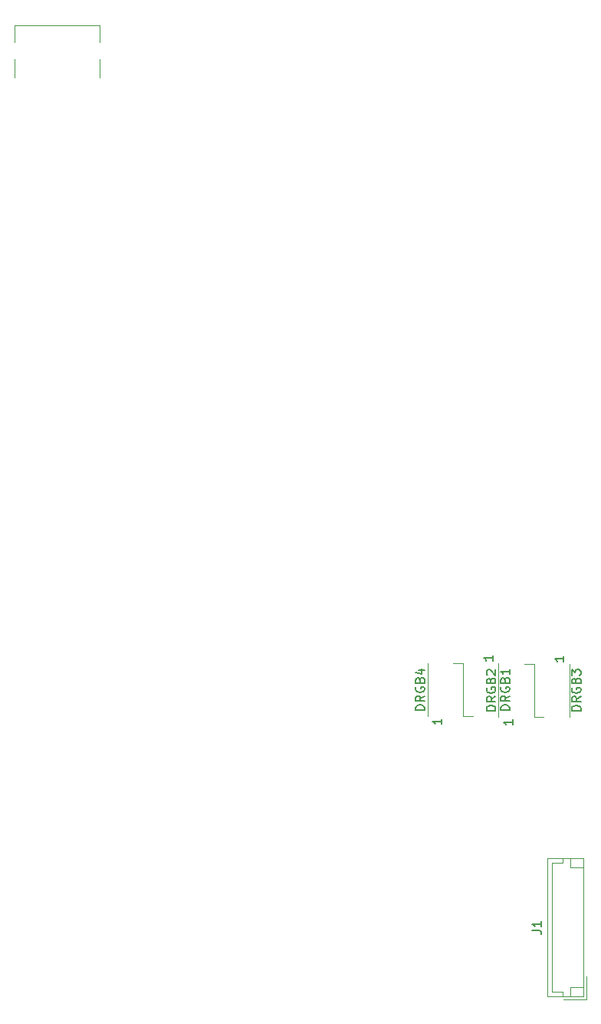
<source format=gbr>
%TF.GenerationSoftware,KiCad,Pcbnew,8.99.0-2209-g89a3b7baa5*%
%TF.CreationDate,2024-09-04T15:50:09+07:00*%
%TF.ProjectId,merisi_ob,6d657269-7369-45f6-9f62-2e6b69636164,rev?*%
%TF.SameCoordinates,Original*%
%TF.FileFunction,Legend,Top*%
%TF.FilePolarity,Positive*%
%FSLAX46Y46*%
G04 Gerber Fmt 4.6, Leading zero omitted, Abs format (unit mm)*
G04 Created by KiCad (PCBNEW 8.99.0-2209-g89a3b7baa5) date 2024-09-04 15:50:09*
%MOMM*%
%LPD*%
G01*
G04 APERTURE LIST*
%ADD10C,0.150000*%
%ADD11C,0.120000*%
G04 APERTURE END LIST*
D10*
X560794819Y408861905D02*
X559794819Y408861905D01*
X559794819Y408861905D02*
X559794819Y409100000D01*
X559794819Y409100000D02*
X559842438Y409242857D01*
X559842438Y409242857D02*
X559937676Y409338095D01*
X559937676Y409338095D02*
X560032914Y409385714D01*
X560032914Y409385714D02*
X560223390Y409433333D01*
X560223390Y409433333D02*
X560366247Y409433333D01*
X560366247Y409433333D02*
X560556723Y409385714D01*
X560556723Y409385714D02*
X560651961Y409338095D01*
X560651961Y409338095D02*
X560747200Y409242857D01*
X560747200Y409242857D02*
X560794819Y409100000D01*
X560794819Y409100000D02*
X560794819Y408861905D01*
X560794819Y410433333D02*
X560318628Y410100000D01*
X560794819Y409861905D02*
X559794819Y409861905D01*
X559794819Y409861905D02*
X559794819Y410242857D01*
X559794819Y410242857D02*
X559842438Y410338095D01*
X559842438Y410338095D02*
X559890057Y410385714D01*
X559890057Y410385714D02*
X559985295Y410433333D01*
X559985295Y410433333D02*
X560128152Y410433333D01*
X560128152Y410433333D02*
X560223390Y410385714D01*
X560223390Y410385714D02*
X560271009Y410338095D01*
X560271009Y410338095D02*
X560318628Y410242857D01*
X560318628Y410242857D02*
X560318628Y409861905D01*
X559842438Y411385714D02*
X559794819Y411290476D01*
X559794819Y411290476D02*
X559794819Y411147619D01*
X559794819Y411147619D02*
X559842438Y411004762D01*
X559842438Y411004762D02*
X559937676Y410909524D01*
X559937676Y410909524D02*
X560032914Y410861905D01*
X560032914Y410861905D02*
X560223390Y410814286D01*
X560223390Y410814286D02*
X560366247Y410814286D01*
X560366247Y410814286D02*
X560556723Y410861905D01*
X560556723Y410861905D02*
X560651961Y410909524D01*
X560651961Y410909524D02*
X560747200Y411004762D01*
X560747200Y411004762D02*
X560794819Y411147619D01*
X560794819Y411147619D02*
X560794819Y411242857D01*
X560794819Y411242857D02*
X560747200Y411385714D01*
X560747200Y411385714D02*
X560699580Y411433333D01*
X560699580Y411433333D02*
X560366247Y411433333D01*
X560366247Y411433333D02*
X560366247Y411242857D01*
X560271009Y412195238D02*
X560318628Y412338095D01*
X560318628Y412338095D02*
X560366247Y412385714D01*
X560366247Y412385714D02*
X560461485Y412433333D01*
X560461485Y412433333D02*
X560604342Y412433333D01*
X560604342Y412433333D02*
X560699580Y412385714D01*
X560699580Y412385714D02*
X560747200Y412338095D01*
X560747200Y412338095D02*
X560794819Y412242857D01*
X560794819Y412242857D02*
X560794819Y411861905D01*
X560794819Y411861905D02*
X559794819Y411861905D01*
X559794819Y411861905D02*
X559794819Y412195238D01*
X559794819Y412195238D02*
X559842438Y412290476D01*
X559842438Y412290476D02*
X559890057Y412338095D01*
X559890057Y412338095D02*
X559985295Y412385714D01*
X559985295Y412385714D02*
X560080533Y412385714D01*
X560080533Y412385714D02*
X560175771Y412338095D01*
X560175771Y412338095D02*
X560223390Y412290476D01*
X560223390Y412290476D02*
X560271009Y412195238D01*
X560271009Y412195238D02*
X560271009Y411861905D01*
X559794819Y412766667D02*
X559794819Y413385714D01*
X559794819Y413385714D02*
X560175771Y413052381D01*
X560175771Y413052381D02*
X560175771Y413195238D01*
X560175771Y413195238D02*
X560223390Y413290476D01*
X560223390Y413290476D02*
X560271009Y413338095D01*
X560271009Y413338095D02*
X560366247Y413385714D01*
X560366247Y413385714D02*
X560604342Y413385714D01*
X560604342Y413385714D02*
X560699580Y413338095D01*
X560699580Y413338095D02*
X560747200Y413290476D01*
X560747200Y413290476D02*
X560794819Y413195238D01*
X560794819Y413195238D02*
X560794819Y412909524D01*
X560794819Y412909524D02*
X560747200Y412814286D01*
X560747200Y412814286D02*
X560699580Y412766667D01*
X558919819Y414885714D02*
X558919819Y414314286D01*
X558919819Y414600000D02*
X557919819Y414600000D01*
X557919819Y414600000D02*
X558062676Y414504762D01*
X558062676Y414504762D02*
X558157914Y414409524D01*
X558157914Y414409524D02*
X558205533Y414314286D01*
X552954819Y408931905D02*
X551954819Y408931905D01*
X551954819Y408931905D02*
X551954819Y409170000D01*
X551954819Y409170000D02*
X552002438Y409312857D01*
X552002438Y409312857D02*
X552097676Y409408095D01*
X552097676Y409408095D02*
X552192914Y409455714D01*
X552192914Y409455714D02*
X552383390Y409503333D01*
X552383390Y409503333D02*
X552526247Y409503333D01*
X552526247Y409503333D02*
X552716723Y409455714D01*
X552716723Y409455714D02*
X552811961Y409408095D01*
X552811961Y409408095D02*
X552907200Y409312857D01*
X552907200Y409312857D02*
X552954819Y409170000D01*
X552954819Y409170000D02*
X552954819Y408931905D01*
X552954819Y410503333D02*
X552478628Y410170000D01*
X552954819Y409931905D02*
X551954819Y409931905D01*
X551954819Y409931905D02*
X551954819Y410312857D01*
X551954819Y410312857D02*
X552002438Y410408095D01*
X552002438Y410408095D02*
X552050057Y410455714D01*
X552050057Y410455714D02*
X552145295Y410503333D01*
X552145295Y410503333D02*
X552288152Y410503333D01*
X552288152Y410503333D02*
X552383390Y410455714D01*
X552383390Y410455714D02*
X552431009Y410408095D01*
X552431009Y410408095D02*
X552478628Y410312857D01*
X552478628Y410312857D02*
X552478628Y409931905D01*
X552002438Y411455714D02*
X551954819Y411360476D01*
X551954819Y411360476D02*
X551954819Y411217619D01*
X551954819Y411217619D02*
X552002438Y411074762D01*
X552002438Y411074762D02*
X552097676Y410979524D01*
X552097676Y410979524D02*
X552192914Y410931905D01*
X552192914Y410931905D02*
X552383390Y410884286D01*
X552383390Y410884286D02*
X552526247Y410884286D01*
X552526247Y410884286D02*
X552716723Y410931905D01*
X552716723Y410931905D02*
X552811961Y410979524D01*
X552811961Y410979524D02*
X552907200Y411074762D01*
X552907200Y411074762D02*
X552954819Y411217619D01*
X552954819Y411217619D02*
X552954819Y411312857D01*
X552954819Y411312857D02*
X552907200Y411455714D01*
X552907200Y411455714D02*
X552859580Y411503333D01*
X552859580Y411503333D02*
X552526247Y411503333D01*
X552526247Y411503333D02*
X552526247Y411312857D01*
X552431009Y412265238D02*
X552478628Y412408095D01*
X552478628Y412408095D02*
X552526247Y412455714D01*
X552526247Y412455714D02*
X552621485Y412503333D01*
X552621485Y412503333D02*
X552764342Y412503333D01*
X552764342Y412503333D02*
X552859580Y412455714D01*
X552859580Y412455714D02*
X552907200Y412408095D01*
X552907200Y412408095D02*
X552954819Y412312857D01*
X552954819Y412312857D02*
X552954819Y411931905D01*
X552954819Y411931905D02*
X551954819Y411931905D01*
X551954819Y411931905D02*
X551954819Y412265238D01*
X551954819Y412265238D02*
X552002438Y412360476D01*
X552002438Y412360476D02*
X552050057Y412408095D01*
X552050057Y412408095D02*
X552145295Y412455714D01*
X552145295Y412455714D02*
X552240533Y412455714D01*
X552240533Y412455714D02*
X552335771Y412408095D01*
X552335771Y412408095D02*
X552383390Y412360476D01*
X552383390Y412360476D02*
X552431009Y412265238D01*
X552431009Y412265238D02*
X552431009Y411931905D01*
X552954819Y413455714D02*
X552954819Y412884286D01*
X552954819Y413170000D02*
X551954819Y413170000D01*
X551954819Y413170000D02*
X552097676Y413074762D01*
X552097676Y413074762D02*
X552192914Y412979524D01*
X552192914Y412979524D02*
X552240533Y412884286D01*
X551079819Y414955714D02*
X551079819Y414384286D01*
X551079819Y414670000D02*
X550079819Y414670000D01*
X550079819Y414670000D02*
X550222676Y414574762D01*
X550222676Y414574762D02*
X550317914Y414479524D01*
X550317914Y414479524D02*
X550365533Y414384286D01*
X555454819Y384636666D02*
X556169104Y384636666D01*
X556169104Y384636666D02*
X556311961Y384589047D01*
X556311961Y384589047D02*
X556407200Y384493809D01*
X556407200Y384493809D02*
X556454819Y384350952D01*
X556454819Y384350952D02*
X556454819Y384255714D01*
X556454819Y385636666D02*
X556454819Y385065238D01*
X556454819Y385350952D02*
X555454819Y385350952D01*
X555454819Y385350952D02*
X555597676Y385255714D01*
X555597676Y385255714D02*
X555692914Y385160476D01*
X555692914Y385160476D02*
X555740533Y385065238D01*
X551384819Y408871905D02*
X550384819Y408871905D01*
X550384819Y408871905D02*
X550384819Y409110000D01*
X550384819Y409110000D02*
X550432438Y409252857D01*
X550432438Y409252857D02*
X550527676Y409348095D01*
X550527676Y409348095D02*
X550622914Y409395714D01*
X550622914Y409395714D02*
X550813390Y409443333D01*
X550813390Y409443333D02*
X550956247Y409443333D01*
X550956247Y409443333D02*
X551146723Y409395714D01*
X551146723Y409395714D02*
X551241961Y409348095D01*
X551241961Y409348095D02*
X551337200Y409252857D01*
X551337200Y409252857D02*
X551384819Y409110000D01*
X551384819Y409110000D02*
X551384819Y408871905D01*
X551384819Y410443333D02*
X550908628Y410110000D01*
X551384819Y409871905D02*
X550384819Y409871905D01*
X550384819Y409871905D02*
X550384819Y410252857D01*
X550384819Y410252857D02*
X550432438Y410348095D01*
X550432438Y410348095D02*
X550480057Y410395714D01*
X550480057Y410395714D02*
X550575295Y410443333D01*
X550575295Y410443333D02*
X550718152Y410443333D01*
X550718152Y410443333D02*
X550813390Y410395714D01*
X550813390Y410395714D02*
X550861009Y410348095D01*
X550861009Y410348095D02*
X550908628Y410252857D01*
X550908628Y410252857D02*
X550908628Y409871905D01*
X550432438Y411395714D02*
X550384819Y411300476D01*
X550384819Y411300476D02*
X550384819Y411157619D01*
X550384819Y411157619D02*
X550432438Y411014762D01*
X550432438Y411014762D02*
X550527676Y410919524D01*
X550527676Y410919524D02*
X550622914Y410871905D01*
X550622914Y410871905D02*
X550813390Y410824286D01*
X550813390Y410824286D02*
X550956247Y410824286D01*
X550956247Y410824286D02*
X551146723Y410871905D01*
X551146723Y410871905D02*
X551241961Y410919524D01*
X551241961Y410919524D02*
X551337200Y411014762D01*
X551337200Y411014762D02*
X551384819Y411157619D01*
X551384819Y411157619D02*
X551384819Y411252857D01*
X551384819Y411252857D02*
X551337200Y411395714D01*
X551337200Y411395714D02*
X551289580Y411443333D01*
X551289580Y411443333D02*
X550956247Y411443333D01*
X550956247Y411443333D02*
X550956247Y411252857D01*
X550861009Y412205238D02*
X550908628Y412348095D01*
X550908628Y412348095D02*
X550956247Y412395714D01*
X550956247Y412395714D02*
X551051485Y412443333D01*
X551051485Y412443333D02*
X551194342Y412443333D01*
X551194342Y412443333D02*
X551289580Y412395714D01*
X551289580Y412395714D02*
X551337200Y412348095D01*
X551337200Y412348095D02*
X551384819Y412252857D01*
X551384819Y412252857D02*
X551384819Y411871905D01*
X551384819Y411871905D02*
X550384819Y411871905D01*
X550384819Y411871905D02*
X550384819Y412205238D01*
X550384819Y412205238D02*
X550432438Y412300476D01*
X550432438Y412300476D02*
X550480057Y412348095D01*
X550480057Y412348095D02*
X550575295Y412395714D01*
X550575295Y412395714D02*
X550670533Y412395714D01*
X550670533Y412395714D02*
X550765771Y412348095D01*
X550765771Y412348095D02*
X550813390Y412300476D01*
X550813390Y412300476D02*
X550861009Y412205238D01*
X550861009Y412205238D02*
X550861009Y411871905D01*
X550480057Y412824286D02*
X550432438Y412871905D01*
X550432438Y412871905D02*
X550384819Y412967143D01*
X550384819Y412967143D02*
X550384819Y413205238D01*
X550384819Y413205238D02*
X550432438Y413300476D01*
X550432438Y413300476D02*
X550480057Y413348095D01*
X550480057Y413348095D02*
X550575295Y413395714D01*
X550575295Y413395714D02*
X550670533Y413395714D01*
X550670533Y413395714D02*
X550813390Y413348095D01*
X550813390Y413348095D02*
X551384819Y412776667D01*
X551384819Y412776667D02*
X551384819Y413395714D01*
X553259819Y407895714D02*
X553259819Y407324286D01*
X553259819Y407610000D02*
X552259819Y407610000D01*
X552259819Y407610000D02*
X552402676Y407514762D01*
X552402676Y407514762D02*
X552497914Y407419524D01*
X552497914Y407419524D02*
X552545533Y407324286D01*
X543564819Y408931905D02*
X542564819Y408931905D01*
X542564819Y408931905D02*
X542564819Y409170000D01*
X542564819Y409170000D02*
X542612438Y409312857D01*
X542612438Y409312857D02*
X542707676Y409408095D01*
X542707676Y409408095D02*
X542802914Y409455714D01*
X542802914Y409455714D02*
X542993390Y409503333D01*
X542993390Y409503333D02*
X543136247Y409503333D01*
X543136247Y409503333D02*
X543326723Y409455714D01*
X543326723Y409455714D02*
X543421961Y409408095D01*
X543421961Y409408095D02*
X543517200Y409312857D01*
X543517200Y409312857D02*
X543564819Y409170000D01*
X543564819Y409170000D02*
X543564819Y408931905D01*
X543564819Y410503333D02*
X543088628Y410170000D01*
X543564819Y409931905D02*
X542564819Y409931905D01*
X542564819Y409931905D02*
X542564819Y410312857D01*
X542564819Y410312857D02*
X542612438Y410408095D01*
X542612438Y410408095D02*
X542660057Y410455714D01*
X542660057Y410455714D02*
X542755295Y410503333D01*
X542755295Y410503333D02*
X542898152Y410503333D01*
X542898152Y410503333D02*
X542993390Y410455714D01*
X542993390Y410455714D02*
X543041009Y410408095D01*
X543041009Y410408095D02*
X543088628Y410312857D01*
X543088628Y410312857D02*
X543088628Y409931905D01*
X542612438Y411455714D02*
X542564819Y411360476D01*
X542564819Y411360476D02*
X542564819Y411217619D01*
X542564819Y411217619D02*
X542612438Y411074762D01*
X542612438Y411074762D02*
X542707676Y410979524D01*
X542707676Y410979524D02*
X542802914Y410931905D01*
X542802914Y410931905D02*
X542993390Y410884286D01*
X542993390Y410884286D02*
X543136247Y410884286D01*
X543136247Y410884286D02*
X543326723Y410931905D01*
X543326723Y410931905D02*
X543421961Y410979524D01*
X543421961Y410979524D02*
X543517200Y411074762D01*
X543517200Y411074762D02*
X543564819Y411217619D01*
X543564819Y411217619D02*
X543564819Y411312857D01*
X543564819Y411312857D02*
X543517200Y411455714D01*
X543517200Y411455714D02*
X543469580Y411503333D01*
X543469580Y411503333D02*
X543136247Y411503333D01*
X543136247Y411503333D02*
X543136247Y411312857D01*
X543041009Y412265238D02*
X543088628Y412408095D01*
X543088628Y412408095D02*
X543136247Y412455714D01*
X543136247Y412455714D02*
X543231485Y412503333D01*
X543231485Y412503333D02*
X543374342Y412503333D01*
X543374342Y412503333D02*
X543469580Y412455714D01*
X543469580Y412455714D02*
X543517200Y412408095D01*
X543517200Y412408095D02*
X543564819Y412312857D01*
X543564819Y412312857D02*
X543564819Y411931905D01*
X543564819Y411931905D02*
X542564819Y411931905D01*
X542564819Y411931905D02*
X542564819Y412265238D01*
X542564819Y412265238D02*
X542612438Y412360476D01*
X542612438Y412360476D02*
X542660057Y412408095D01*
X542660057Y412408095D02*
X542755295Y412455714D01*
X542755295Y412455714D02*
X542850533Y412455714D01*
X542850533Y412455714D02*
X542945771Y412408095D01*
X542945771Y412408095D02*
X542993390Y412360476D01*
X542993390Y412360476D02*
X543041009Y412265238D01*
X543041009Y412265238D02*
X543041009Y411931905D01*
X542898152Y413360476D02*
X543564819Y413360476D01*
X542517200Y413122381D02*
X543231485Y412884286D01*
X543231485Y412884286D02*
X543231485Y413503333D01*
X545439819Y407955714D02*
X545439819Y407384286D01*
X545439819Y407670000D02*
X544439819Y407670000D01*
X544439819Y407670000D02*
X544582676Y407574762D01*
X544582676Y407574762D02*
X544677914Y407479524D01*
X544677914Y407479524D02*
X544725533Y407384286D01*
D11*
%TO.C,J3*%
X498300000Y482600000D02*
X498300000Y484500000D01*
X498300000Y478700000D02*
X498300000Y480700000D01*
X507700000Y484500000D02*
X498300000Y484500000D01*
X507700000Y482600000D02*
X507700000Y484500000D01*
X507700000Y478700000D02*
X507700000Y480700000D01*
%TO.C,DRGB3*%
X555640000Y414050000D02*
X555640000Y408150000D01*
X555640000Y408150000D02*
X556715000Y408150000D01*
X559540000Y414050000D02*
X559540000Y408150000D01*
%TO.C,DRGB1*%
X547800000Y414120000D02*
X547800000Y408220000D01*
X547800000Y408220000D02*
X548875000Y408220000D01*
X551700000Y414120000D02*
X551700000Y408220000D01*
%TO.C,J1*%
X557090000Y392580000D02*
X557090000Y377360000D01*
X557090000Y377360000D02*
X561110000Y377360000D01*
X557590000Y392080000D02*
X558800000Y392080000D01*
X557590000Y377860000D02*
X557590000Y392080000D01*
X558800000Y392080000D02*
X558800000Y392580000D01*
X558800000Y377860000D02*
X557590000Y377860000D01*
X558800000Y377360000D02*
X558800000Y377860000D01*
X558910000Y377060000D02*
X561410000Y377060000D01*
X559610000Y392580000D02*
X559610000Y391580000D01*
X559610000Y391580000D02*
X561110000Y391580000D01*
X559610000Y378360000D02*
X561110000Y378360000D01*
X559610000Y377360000D02*
X559610000Y378360000D01*
X561110000Y392580000D02*
X557090000Y392580000D01*
X561110000Y377360000D02*
X561110000Y392580000D01*
X561410000Y377060000D02*
X561410000Y379560000D01*
%TO.C,DRGB2*%
X551730000Y408160000D02*
X551730000Y414060000D01*
X555630000Y414060000D02*
X554555000Y414060000D01*
X555630000Y408160000D02*
X555630000Y414060000D01*
%TO.C,DRGB4*%
X543910000Y408220000D02*
X543910000Y414120000D01*
X547810000Y414120000D02*
X546735000Y414120000D01*
X547810000Y408220000D02*
X547810000Y414120000D01*
%TD*%
M02*

</source>
